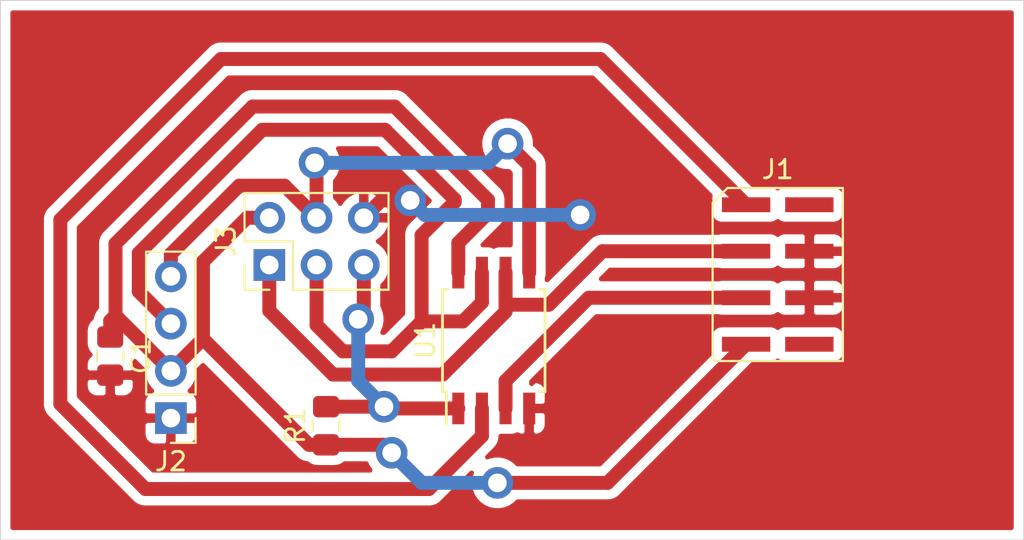
<source format=kicad_pcb>
(kicad_pcb (version 20171130) (host pcbnew 5.1.6-c6e7f7d~87~ubuntu18.04.1)

  (general
    (thickness 1.6)
    (drawings 4)
    (tracks 88)
    (zones 0)
    (modules 6)
    (nets 9)
  )

  (page A4)
  (layers
    (0 F.Cu signal)
    (31 B.Cu signal)
    (32 B.Adhes user hide)
    (33 F.Adhes user hide)
    (34 B.Paste user hide)
    (35 F.Paste user hide)
    (36 B.SilkS user hide)
    (37 F.SilkS user hide)
    (38 B.Mask user hide)
    (39 F.Mask user hide)
    (40 Dwgs.User user hide)
    (41 Cmts.User user hide)
    (42 Eco1.User user hide)
    (43 Eco2.User user hide)
    (44 Edge.Cuts user)
    (45 Margin user hide)
    (46 B.CrtYd user hide)
    (47 F.CrtYd user hide)
    (48 B.Fab user hide)
    (49 F.Fab user hide)
  )

  (setup
    (last_trace_width 0.25)
    (user_trace_width 0.75)
    (trace_clearance 0.5)
    (zone_clearance 0.508)
    (zone_45_only no)
    (trace_min 0.2)
    (via_size 0.8)
    (via_drill 0.4)
    (via_min_size 0.4)
    (via_min_drill 0.3)
    (user_via 1 0.7)
    (uvia_size 0.3)
    (uvia_drill 0.1)
    (uvias_allowed no)
    (uvia_min_size 0.2)
    (uvia_min_drill 0.1)
    (edge_width 0.05)
    (segment_width 0.2)
    (pcb_text_width 0.3)
    (pcb_text_size 1.5 1.5)
    (mod_edge_width 0.12)
    (mod_text_size 1 1)
    (mod_text_width 0.15)
    (pad_size 1.524 1.524)
    (pad_drill 0.762)
    (pad_to_mask_clearance 0.05)
    (aux_axis_origin 0 0)
    (visible_elements FFFFFF7F)
    (pcbplotparams
      (layerselection 0x01000_7fffffff)
      (usegerberextensions false)
      (usegerberattributes true)
      (usegerberadvancedattributes true)
      (creategerberjobfile true)
      (excludeedgelayer true)
      (linewidth 0.100000)
      (plotframeref false)
      (viasonmask false)
      (mode 1)
      (useauxorigin false)
      (hpglpennumber 1)
      (hpglpenspeed 20)
      (hpglpendiameter 15.000000)
      (psnegative false)
      (psa4output false)
      (plotreference true)
      (plotvalue true)
      (plotinvisibletext false)
      (padsonsilk false)
      (subtractmaskfromsilk false)
      (outputformat 1)
      (mirror false)
      (drillshape 0)
      (scaleselection 1)
      (outputdirectory "gerber/"))
  )

  (net 0 "")
  (net 1 VCC)
  (net 2 Earth)
  (net 3 /SI)
  (net 4 /CLK)
  (net 5 /AO)
  (net 6 /SCL)
  (net 7 /SDA)
  (net 8 "Net-(J3-Pad5)")

  (net_class Default "This is the default net class."
    (clearance 0.5)
    (trace_width 0.25)
    (via_dia 0.8)
    (via_drill 0.4)
    (uvia_dia 0.3)
    (uvia_drill 0.1)
    (add_net /AO)
    (add_net /CLK)
    (add_net /SCL)
    (add_net /SDA)
    (add_net /SI)
    (add_net Earth)
    (add_net "Net-(J3-Pad5)")
    (add_net VCC)
  )

  (module linefollower:TSL1401CL (layer F.Cu) (tedit 5F37C4A2) (tstamp 5F3821EE)
    (at 147.78 36.73 270)
    (path /5F37C4FC)
    (attr smd)
    (fp_text reference J1 (at -5.65 0) (layer F.SilkS)
      (effects (font (size 1 1) (thickness 0.15)))
    )
    (fp_text value Conn_02x04_Counter_Clockwise (at 0 0 90) (layer F.Fab)
      (effects (font (size 1 1) (thickness 0.15)))
    )
    (fp_line (start -4.4 3.25) (end -4.4 -3.25) (layer F.CrtYd) (width 0.05))
    (fp_line (start 4.4 3.25) (end -4.4 3.25) (layer F.CrtYd) (width 0.05))
    (fp_line (start 4.4 -3.25) (end 4.4 3.25) (layer F.CrtYd) (width 0.05))
    (fp_line (start -4.4 -3.25) (end 4.4 -3.25) (layer F.CrtYd) (width 0.05))
    (fp_line (start 4.65 3.5) (end -3.85 3.5) (layer F.SilkS) (width 0.12))
    (fp_line (start 4.65 -3.5) (end 4.65 3.5) (layer F.SilkS) (width 0.12))
    (fp_line (start -4.65 -3.5) (end 4.65 -3.5) (layer F.SilkS) (width 0.12))
    (fp_line (start -4.65 2.7) (end -4.65 -3.5) (layer F.SilkS) (width 0.12))
    (fp_line (start -3.85 3.5) (end -4.65 2.7) (layer F.SilkS) (width 0.12))
    (pad 8 smd rect (at -3.75 -1.7 270) (size 0.8 2.6) (layers F.Cu F.Paste F.Mask))
    (pad 1 smd rect (at -3.75 1.7 270) (size 0.8 2.6) (layers F.Cu F.Paste F.Mask)
      (net 3 /SI))
    (pad 7 smd rect (at -1.25 -1.7 270) (size 0.8 2.6) (layers F.Cu F.Paste F.Mask)
      (net 2 Earth))
    (pad 2 smd rect (at -1.25 1.7 270) (size 0.8 2.6) (layers F.Cu F.Paste F.Mask)
      (net 4 /CLK))
    (pad 6 smd rect (at 1.25 -1.7 270) (size 0.8 2.6) (layers F.Cu F.Paste F.Mask)
      (net 2 Earth))
    (pad 3 smd rect (at 1.25 1.7 270) (size 0.8 2.6) (layers F.Cu F.Paste F.Mask)
      (net 5 /AO))
    (pad 5 smd rect (at 3.75 -1.7 270) (size 0.8 2.6) (layers F.Cu F.Paste F.Mask))
    (pad 4 smd rect (at 3.75 1.7 270) (size 0.8 2.6) (layers F.Cu F.Paste F.Mask)
      (net 1 VCC))
  )

  (module Connector_PinHeader_2.54mm:PinHeader_1x04_P2.54mm_Vertical (layer F.Cu) (tedit 59FED5CC) (tstamp 5F3EC3F0)
    (at 115.16 44.45 180)
    (descr "Through hole straight pin header, 1x04, 2.54mm pitch, single row")
    (tags "Through hole pin header THT 1x04 2.54mm single row")
    (path /5F3EF785)
    (fp_text reference J2 (at 0 -2.33) (layer F.SilkS)
      (effects (font (size 1 1) (thickness 0.15)))
    )
    (fp_text value Conn_01x04_Male (at 0 9.95) (layer F.Fab)
      (effects (font (size 1 1) (thickness 0.15)))
    )
    (fp_line (start -0.635 -1.27) (end 1.27 -1.27) (layer F.Fab) (width 0.1))
    (fp_line (start 1.27 -1.27) (end 1.27 8.89) (layer F.Fab) (width 0.1))
    (fp_line (start 1.27 8.89) (end -1.27 8.89) (layer F.Fab) (width 0.1))
    (fp_line (start -1.27 8.89) (end -1.27 -0.635) (layer F.Fab) (width 0.1))
    (fp_line (start -1.27 -0.635) (end -0.635 -1.27) (layer F.Fab) (width 0.1))
    (fp_line (start -1.33 8.95) (end 1.33 8.95) (layer F.SilkS) (width 0.12))
    (fp_line (start -1.33 1.27) (end -1.33 8.95) (layer F.SilkS) (width 0.12))
    (fp_line (start 1.33 1.27) (end 1.33 8.95) (layer F.SilkS) (width 0.12))
    (fp_line (start -1.33 1.27) (end 1.33 1.27) (layer F.SilkS) (width 0.12))
    (fp_line (start -1.33 0) (end -1.33 -1.33) (layer F.SilkS) (width 0.12))
    (fp_line (start -1.33 -1.33) (end 0 -1.33) (layer F.SilkS) (width 0.12))
    (fp_line (start -1.8 -1.8) (end -1.8 9.4) (layer F.CrtYd) (width 0.05))
    (fp_line (start -1.8 9.4) (end 1.8 9.4) (layer F.CrtYd) (width 0.05))
    (fp_line (start 1.8 9.4) (end 1.8 -1.8) (layer F.CrtYd) (width 0.05))
    (fp_line (start 1.8 -1.8) (end -1.8 -1.8) (layer F.CrtYd) (width 0.05))
    (fp_text user %R (at 0 3.81 90) (layer F.Fab)
      (effects (font (size 1 1) (thickness 0.15)))
    )
    (pad 1 thru_hole rect (at 0 0 180) (size 1.7 1.7) (drill 1) (layers *.Cu *.Mask)
      (net 2 Earth))
    (pad 2 thru_hole oval (at 0 2.54 180) (size 1.7 1.7) (drill 1) (layers *.Cu *.Mask)
      (net 1 VCC))
    (pad 3 thru_hole oval (at 0 5.08 180) (size 1.7 1.7) (drill 1) (layers *.Cu *.Mask)
      (net 6 /SCL))
    (pad 4 thru_hole oval (at 0 7.62 180) (size 1.7 1.7) (drill 1) (layers *.Cu *.Mask)
      (net 7 /SDA))
    (model ${KISYS3DMOD}/Connector_PinHeader_2.54mm.3dshapes/PinHeader_1x04_P2.54mm_Vertical.wrl
      (at (xyz 0 0 0))
      (scale (xyz 1 1 1))
      (rotate (xyz 0 0 0))
    )
  )

  (module Package_SO:SOIJ-8_5.3x5.3mm_P1.27mm (layer F.Cu) (tedit 5A02F2D3) (tstamp 5F3EC40D)
    (at 132.515 40.28 90)
    (descr "8-Lead Plastic Small Outline (SM) - Medium, 5.28 mm Body [SOIC] (see Microchip Packaging Specification 00000049BS.pdf)")
    (tags "SOIC 1.27")
    (path /5F3EC092)
    (attr smd)
    (fp_text reference U1 (at 0 -3.68 90) (layer F.SilkS)
      (effects (font (size 1 1) (thickness 0.15)))
    )
    (fp_text value ATtiny85-20SU (at 0 3.68 90) (layer F.Fab)
      (effects (font (size 1 1) (thickness 0.15)))
    )
    (fp_line (start -1.65 -2.65) (end 2.65 -2.65) (layer F.Fab) (width 0.15))
    (fp_line (start 2.65 -2.65) (end 2.65 2.65) (layer F.Fab) (width 0.15))
    (fp_line (start 2.65 2.65) (end -2.65 2.65) (layer F.Fab) (width 0.15))
    (fp_line (start -2.65 2.65) (end -2.65 -1.65) (layer F.Fab) (width 0.15))
    (fp_line (start -2.65 -1.65) (end -1.65 -2.65) (layer F.Fab) (width 0.15))
    (fp_line (start -4.75 -2.95) (end -4.75 2.95) (layer F.CrtYd) (width 0.05))
    (fp_line (start 4.75 -2.95) (end 4.75 2.95) (layer F.CrtYd) (width 0.05))
    (fp_line (start -4.75 -2.95) (end 4.75 -2.95) (layer F.CrtYd) (width 0.05))
    (fp_line (start -4.75 2.95) (end 4.75 2.95) (layer F.CrtYd) (width 0.05))
    (fp_line (start -2.75 -2.755) (end -2.75 -2.55) (layer F.SilkS) (width 0.15))
    (fp_line (start 2.75 -2.755) (end 2.75 -2.455) (layer F.SilkS) (width 0.15))
    (fp_line (start 2.75 2.755) (end 2.75 2.455) (layer F.SilkS) (width 0.15))
    (fp_line (start -2.75 2.755) (end -2.75 2.455) (layer F.SilkS) (width 0.15))
    (fp_line (start -2.75 -2.755) (end 2.75 -2.755) (layer F.SilkS) (width 0.15))
    (fp_line (start -2.75 2.755) (end 2.75 2.755) (layer F.SilkS) (width 0.15))
    (fp_line (start -2.75 -2.55) (end -4.5 -2.55) (layer F.SilkS) (width 0.15))
    (fp_text user %R (at 0 0 90) (layer F.Fab)
      (effects (font (size 1 1) (thickness 0.15)))
    )
    (pad 1 smd rect (at -3.65 -1.905 90) (size 1.7 0.65) (layers F.Cu F.Paste F.Mask)
      (net 8 "Net-(J3-Pad5)"))
    (pad 2 smd rect (at -3.65 -0.635 90) (size 1.7 0.65) (layers F.Cu F.Paste F.Mask)
      (net 3 /SI))
    (pad 3 smd rect (at -3.65 0.635 90) (size 1.7 0.65) (layers F.Cu F.Paste F.Mask)
      (net 5 /AO))
    (pad 4 smd rect (at -3.65 1.905 90) (size 1.7 0.65) (layers F.Cu F.Paste F.Mask)
      (net 2 Earth))
    (pad 5 smd rect (at 3.65 1.905 90) (size 1.7 0.65) (layers F.Cu F.Paste F.Mask)
      (net 7 /SDA))
    (pad 6 smd rect (at 3.65 0.635 90) (size 1.7 0.65) (layers F.Cu F.Paste F.Mask)
      (net 4 /CLK))
    (pad 7 smd rect (at 3.65 -0.635 90) (size 1.7 0.65) (layers F.Cu F.Paste F.Mask)
      (net 6 /SCL))
    (pad 8 smd rect (at 3.65 -1.905 90) (size 1.7 0.65) (layers F.Cu F.Paste F.Mask)
      (net 1 VCC))
    (model ${KISYS3DMOD}/Package_SO.3dshapes/SOIJ-8_5.3x5.3mm_P1.27mm.wrl
      (at (xyz 0 0 0))
      (scale (xyz 1 1 1))
      (rotate (xyz 0 0 0))
    )
  )

  (module Connector_PinHeader_2.54mm:PinHeader_2x03_P2.54mm_Vertical (layer F.Cu) (tedit 59FED5CC) (tstamp 5F3EC74D)
    (at 120.45 36.22 90)
    (descr "Through hole straight pin header, 2x03, 2.54mm pitch, double rows")
    (tags "Through hole pin header THT 2x03 2.54mm double row")
    (path /5F400837)
    (fp_text reference J3 (at 1.27 -2.33 90) (layer F.SilkS)
      (effects (font (size 1 1) (thickness 0.15)))
    )
    (fp_text value Conn_02x03_Counter_Clockwise (at 1.27 7.41 90) (layer F.Fab)
      (effects (font (size 1 1) (thickness 0.15)))
    )
    (fp_line (start 4.35 -1.8) (end -1.8 -1.8) (layer F.CrtYd) (width 0.05))
    (fp_line (start 4.35 6.85) (end 4.35 -1.8) (layer F.CrtYd) (width 0.05))
    (fp_line (start -1.8 6.85) (end 4.35 6.85) (layer F.CrtYd) (width 0.05))
    (fp_line (start -1.8 -1.8) (end -1.8 6.85) (layer F.CrtYd) (width 0.05))
    (fp_line (start -1.33 -1.33) (end 0 -1.33) (layer F.SilkS) (width 0.12))
    (fp_line (start -1.33 0) (end -1.33 -1.33) (layer F.SilkS) (width 0.12))
    (fp_line (start 1.27 -1.33) (end 3.87 -1.33) (layer F.SilkS) (width 0.12))
    (fp_line (start 1.27 1.27) (end 1.27 -1.33) (layer F.SilkS) (width 0.12))
    (fp_line (start -1.33 1.27) (end 1.27 1.27) (layer F.SilkS) (width 0.12))
    (fp_line (start 3.87 -1.33) (end 3.87 6.41) (layer F.SilkS) (width 0.12))
    (fp_line (start -1.33 1.27) (end -1.33 6.41) (layer F.SilkS) (width 0.12))
    (fp_line (start -1.33 6.41) (end 3.87 6.41) (layer F.SilkS) (width 0.12))
    (fp_line (start -1.27 0) (end 0 -1.27) (layer F.Fab) (width 0.1))
    (fp_line (start -1.27 6.35) (end -1.27 0) (layer F.Fab) (width 0.1))
    (fp_line (start 3.81 6.35) (end -1.27 6.35) (layer F.Fab) (width 0.1))
    (fp_line (start 3.81 -1.27) (end 3.81 6.35) (layer F.Fab) (width 0.1))
    (fp_line (start 0 -1.27) (end 3.81 -1.27) (layer F.Fab) (width 0.1))
    (fp_text user %R (at 1.27 2.54) (layer F.Fab)
      (effects (font (size 1 1) (thickness 0.15)))
    )
    (pad 1 thru_hole rect (at 0 0 90) (size 1.7 1.7) (drill 1) (layers *.Cu *.Mask)
      (net 4 /CLK))
    (pad 2 thru_hole oval (at 2.54 0 90) (size 1.7 1.7) (drill 1) (layers *.Cu *.Mask)
      (net 1 VCC))
    (pad 3 thru_hole oval (at 0 2.54 90) (size 1.7 1.7) (drill 1) (layers *.Cu *.Mask)
      (net 6 /SCL))
    (pad 4 thru_hole oval (at 2.54 2.54 90) (size 1.7 1.7) (drill 1) (layers *.Cu *.Mask)
      (net 7 /SDA))
    (pad 5 thru_hole oval (at 0 5.08 90) (size 1.7 1.7) (drill 1) (layers *.Cu *.Mask)
      (net 8 "Net-(J3-Pad5)"))
    (pad 6 thru_hole oval (at 2.54 5.08 90) (size 1.7 1.7) (drill 1) (layers *.Cu *.Mask)
      (net 2 Earth))
    (model ${KISYS3DMOD}/Connector_PinHeader_2.54mm.3dshapes/PinHeader_2x03_P2.54mm_Vertical.wrl
      (at (xyz 0 0 0))
      (scale (xyz 1 1 1))
      (rotate (xyz 0 0 0))
    )
  )

  (module Capacitor_SMD:C_0805_2012Metric_Pad1.15x1.40mm_HandSolder (layer F.Cu) (tedit 5B36C52B) (tstamp 5F43D436)
    (at 111.9 41.115 270)
    (descr "Capacitor SMD 0805 (2012 Metric), square (rectangular) end terminal, IPC_7351 nominal with elongated pad for handsoldering. (Body size source: https://docs.google.com/spreadsheets/d/1BsfQQcO9C6DZCsRaXUlFlo91Tg2WpOkGARC1WS5S8t0/edit?usp=sharing), generated with kicad-footprint-generator")
    (tags "capacitor handsolder")
    (path /5F3F0F25)
    (attr smd)
    (fp_text reference C1 (at 0 -1.65 90) (layer F.SilkS)
      (effects (font (size 1 1) (thickness 0.15)))
    )
    (fp_text value C (at 0 1.65 90) (layer F.Fab)
      (effects (font (size 1 1) (thickness 0.15)))
    )
    (fp_line (start -1 0.6) (end -1 -0.6) (layer F.Fab) (width 0.1))
    (fp_line (start -1 -0.6) (end 1 -0.6) (layer F.Fab) (width 0.1))
    (fp_line (start 1 -0.6) (end 1 0.6) (layer F.Fab) (width 0.1))
    (fp_line (start 1 0.6) (end -1 0.6) (layer F.Fab) (width 0.1))
    (fp_line (start -0.261252 -0.71) (end 0.261252 -0.71) (layer F.SilkS) (width 0.12))
    (fp_line (start -0.261252 0.71) (end 0.261252 0.71) (layer F.SilkS) (width 0.12))
    (fp_line (start -1.85 0.95) (end -1.85 -0.95) (layer F.CrtYd) (width 0.05))
    (fp_line (start -1.85 -0.95) (end 1.85 -0.95) (layer F.CrtYd) (width 0.05))
    (fp_line (start 1.85 -0.95) (end 1.85 0.95) (layer F.CrtYd) (width 0.05))
    (fp_line (start 1.85 0.95) (end -1.85 0.95) (layer F.CrtYd) (width 0.05))
    (fp_text user %R (at 0 0 90) (layer F.Fab)
      (effects (font (size 0.5 0.5) (thickness 0.08)))
    )
    (pad 1 smd roundrect (at -1.025 0 270) (size 1.15 1.4) (layers F.Cu F.Paste F.Mask) (roundrect_rratio 0.217391)
      (net 1 VCC))
    (pad 2 smd roundrect (at 1.025 0 270) (size 1.15 1.4) (layers F.Cu F.Paste F.Mask) (roundrect_rratio 0.217391)
      (net 2 Earth))
    (model ${KISYS3DMOD}/Capacitor_SMD.3dshapes/C_0805_2012Metric.wrl
      (at (xyz 0 0 0))
      (scale (xyz 1 1 1))
      (rotate (xyz 0 0 0))
    )
  )

  (module Resistor_SMD:R_0805_2012Metric_Pad1.15x1.40mm_HandSolder (layer F.Cu) (tedit 5B36C52B) (tstamp 5F43D456)
    (at 123.5 44.86 90)
    (descr "Resistor SMD 0805 (2012 Metric), square (rectangular) end terminal, IPC_7351 nominal with elongated pad for handsoldering. (Body size source: https://docs.google.com/spreadsheets/d/1BsfQQcO9C6DZCsRaXUlFlo91Tg2WpOkGARC1WS5S8t0/edit?usp=sharing), generated with kicad-footprint-generator")
    (tags "resistor handsolder")
    (path /5F43F354)
    (attr smd)
    (fp_text reference R1 (at 0 -1.65 90) (layer F.SilkS)
      (effects (font (size 1 1) (thickness 0.15)))
    )
    (fp_text value R (at 0 1.65 90) (layer F.Fab)
      (effects (font (size 1 1) (thickness 0.15)))
    )
    (fp_line (start -1 0.6) (end -1 -0.6) (layer F.Fab) (width 0.1))
    (fp_line (start -1 -0.6) (end 1 -0.6) (layer F.Fab) (width 0.1))
    (fp_line (start 1 -0.6) (end 1 0.6) (layer F.Fab) (width 0.1))
    (fp_line (start 1 0.6) (end -1 0.6) (layer F.Fab) (width 0.1))
    (fp_line (start -0.261252 -0.71) (end 0.261252 -0.71) (layer F.SilkS) (width 0.12))
    (fp_line (start -0.261252 0.71) (end 0.261252 0.71) (layer F.SilkS) (width 0.12))
    (fp_line (start -1.85 0.95) (end -1.85 -0.95) (layer F.CrtYd) (width 0.05))
    (fp_line (start -1.85 -0.95) (end 1.85 -0.95) (layer F.CrtYd) (width 0.05))
    (fp_line (start 1.85 -0.95) (end 1.85 0.95) (layer F.CrtYd) (width 0.05))
    (fp_line (start 1.85 0.95) (end -1.85 0.95) (layer F.CrtYd) (width 0.05))
    (fp_text user %R (at 0 0 90) (layer F.Fab)
      (effects (font (size 0.5 0.5) (thickness 0.08)))
    )
    (pad 1 smd roundrect (at -1.025 0 90) (size 1.15 1.4) (layers F.Cu F.Paste F.Mask) (roundrect_rratio 0.217391)
      (net 1 VCC))
    (pad 2 smd roundrect (at 1.025 0 90) (size 1.15 1.4) (layers F.Cu F.Paste F.Mask) (roundrect_rratio 0.217391)
      (net 8 "Net-(J3-Pad5)"))
    (model ${KISYS3DMOD}/Resistor_SMD.3dshapes/R_0805_2012Metric.wrl
      (at (xyz 0 0 0))
      (scale (xyz 1 1 1))
      (rotate (xyz 0 0 0))
    )
  )

  (gr_line (start 106 22) (end 106 51) (layer Edge.Cuts) (width 0.05) (tstamp 5F43DB57))
  (gr_line (start 161 22) (end 106 22) (layer Edge.Cuts) (width 0.05))
  (gr_line (start 161 51) (end 161 22) (layer Edge.Cuts) (width 0.05))
  (gr_line (start 106 51) (end 161 51) (layer Edge.Cuts) (width 0.05))

  (segment (start 116.885001 40.184999) (end 115.16 41.91) (width 0.75) (layer F.Cu) (net 1) (status 20))
  (segment (start 116.885001 36.042918) (end 116.885001 40.184999) (width 0.75) (layer F.Cu) (net 1))
  (segment (start 119.247919 33.68) (end 116.885001 36.042918) (width 0.75) (layer F.Cu) (net 1))
  (segment (start 120.45 33.68) (end 119.247919 33.68) (width 0.75) (layer F.Cu) (net 1) (status 10))
  (segment (start 132.205013 32.718015) (end 127.187986 27.700988) (width 0.75) (layer F.Cu) (net 1))
  (segment (start 127.187986 27.700988) (end 119.551368 27.700988) (width 0.75) (layer F.Cu) (net 1))
  (segment (start 112.184988 35.067368) (end 112.184989 38.934989) (width 0.75) (layer F.Cu) (net 1))
  (segment (start 112.184989 38.934989) (end 115.16 41.91) (width 0.75) (layer F.Cu) (net 1))
  (segment (start 132.205013 33.434987) (end 132.205013 32.718015) (width 0.75) (layer F.Cu) (net 1))
  (segment (start 130.61 35.03) (end 132.205013 33.434987) (width 0.75) (layer F.Cu) (net 1))
  (segment (start 130.61 36.63) (end 130.61 35.03) (width 0.75) (layer F.Cu) (net 1))
  (segment (start 119.551368 27.700988) (end 112.184988 35.067368) (width 0.75) (layer F.Cu) (net 1))
  (segment (start 122.585002 45.885) (end 123.5 45.885) (width 0.75) (layer F.Cu) (net 1))
  (segment (start 116.885001 40.184999) (end 122.585002 45.885) (width 0.75) (layer F.Cu) (net 1))
  (via (at 127.028659 46.311359) (size 1.7) (drill 1) (layers F.Cu B.Cu) (net 1))
  (segment (start 123.5 45.885) (end 126.6023 45.885) (width 0.75) (layer F.Cu) (net 1))
  (segment (start 126.6023 45.885) (end 127.028659 46.311359) (width 0.75) (layer F.Cu) (net 1))
  (segment (start 128.6473 47.93) (end 127.028659 46.311359) (width 0.75) (layer B.Cu) (net 1))
  (via (at 132.71 47.93) (size 1.7) (drill 1) (layers F.Cu B.Cu) (net 1))
  (segment (start 132.71 47.93) (end 128.6473 47.93) (width 0.75) (layer B.Cu) (net 1))
  (segment (start 138.63 47.93) (end 146.08 40.48) (width 0.75) (layer F.Cu) (net 1))
  (segment (start 132.71 47.93) (end 138.63 47.93) (width 0.75) (layer F.Cu) (net 1))
  (segment (start 111.9 39.219978) (end 112.184989 38.934989) (width 0.75) (layer F.Cu) (net 1))
  (segment (start 111.9 40.09) (end 111.9 39.219978) (width 0.75) (layer F.Cu) (net 1))
  (via (at 137.16 33.528) (size 1.7) (drill 1) (layers F.Cu B.Cu) (net 2))
  (via (at 128.025174 32.745492) (size 1.7) (drill 1) (layers F.Cu B.Cu) (net 2))
  (segment (start 125.53 33.68) (end 126.464508 32.745492) (width 0.75) (layer F.Cu) (net 2))
  (segment (start 128.807682 33.528) (end 128.025174 32.745492) (width 0.75) (layer B.Cu) (net 2))
  (segment (start 126.464508 32.745492) (end 128.025174 32.745492) (width 0.75) (layer F.Cu) (net 2))
  (segment (start 137.16 33.528) (end 128.807682 33.528) (width 0.75) (layer B.Cu) (net 2))
  (segment (start 129.030002 48.26) (end 131.88 45.410002) (width 0.75) (layer F.Cu) (net 3))
  (segment (start 131.88 45.410002) (end 131.88 43.93) (width 0.75) (layer F.Cu) (net 3) (status 20))
  (segment (start 109.22 43.688) (end 113.792 48.26) (width 0.75) (layer F.Cu) (net 3))
  (segment (start 109.22 33.782) (end 109.22 43.688) (width 0.75) (layer F.Cu) (net 3))
  (segment (start 117.856 25.146) (end 109.22 33.782) (width 0.75) (layer F.Cu) (net 3))
  (segment (start 113.792 48.26) (end 129.030002 48.26) (width 0.75) (layer F.Cu) (net 3))
  (segment (start 138.246 25.146) (end 129.774 25.146) (width 0.75) (layer F.Cu) (net 3))
  (segment (start 146.08 32.98) (end 138.246 25.146) (width 0.75) (layer F.Cu) (net 3))
  (segment (start 129.774 25.146) (end 117.856 25.146) (width 0.75) (layer F.Cu) (net 3))
  (segment (start 120.45 36.22) (end 120.45 38.680786) (width 0.75) (layer F.Cu) (net 4))
  (segment (start 123.879212 42.109998) (end 129.767783 42.109998) (width 0.75) (layer F.Cu) (net 4))
  (segment (start 120.45 38.680786) (end 123.879212 42.109998) (width 0.75) (layer F.Cu) (net 4))
  (segment (start 129.767783 42.109998) (end 133.15 38.727781) (width 0.75) (layer F.Cu) (net 4))
  (segment (start 133.15 38.727781) (end 133.15 36.63) (width 0.75) (layer F.Cu) (net 4))
  (segment (start 138.352218 35.48) (end 146.08 35.48) (width 0.75) (layer F.Cu) (net 4))
  (segment (start 135.477217 38.355001) (end 138.352218 35.48) (width 0.75) (layer F.Cu) (net 4))
  (segment (start 133.394999 38.355001) (end 135.477217 38.355001) (width 0.75) (layer F.Cu) (net 4))
  (segment (start 133.15 38.110002) (end 133.394999 38.355001) (width 0.75) (layer F.Cu) (net 4))
  (segment (start 133.15 36.63) (end 133.15 38.110002) (width 0.75) (layer F.Cu) (net 4))
  (segment (start 137.619998 37.98) (end 146.08 37.98) (width 0.75) (layer F.Cu) (net 5))
  (segment (start 133.15 42.449998) (end 137.619998 37.98) (width 0.75) (layer F.Cu) (net 5))
  (segment (start 133.15 43.93) (end 133.15 42.449998) (width 0.75) (layer F.Cu) (net 5))
  (segment (start 131.88 38.23) (end 131.88 36.63) (width 0.75) (layer F.Cu) (net 6) (status 20))
  (segment (start 128.6383 39.25062) (end 130.85938 39.25062) (width 0.75) (layer F.Cu) (net 6))
  (segment (start 130.85938 39.25062) (end 131.88 38.23) (width 0.75) (layer F.Cu) (net 6))
  (segment (start 113.434999 37.644999) (end 113.434999 35.585139) (width 0.75) (layer F.Cu) (net 6))
  (segment (start 130.414228 32.695012) (end 130.414228 32.835012) (width 0.75) (layer F.Cu) (net 6))
  (segment (start 128.6383 34.61094) (end 128.6383 39.25062) (width 0.75) (layer F.Cu) (net 6))
  (segment (start 115.16 39.37) (end 113.434999 37.644999) (width 0.75) (layer F.Cu) (net 6))
  (segment (start 130.414228 32.835012) (end 128.6383 34.61094) (width 0.75) (layer F.Cu) (net 6))
  (segment (start 126.670215 28.950999) (end 130.414228 32.695012) (width 0.75) (layer F.Cu) (net 6))
  (segment (start 120.069139 28.950999) (end 126.670215 28.950999) (width 0.75) (layer F.Cu) (net 6))
  (segment (start 113.434999 35.585139) (end 120.069139 28.950999) (width 0.75) (layer F.Cu) (net 6))
  (segment (start 127.028933 40.859987) (end 128.6383 39.25062) (width 0.75) (layer F.Cu) (net 6))
  (segment (start 122.99 39.453004) (end 124.396983 40.859987) (width 0.75) (layer F.Cu) (net 6))
  (segment (start 124.396983 40.859987) (end 127.028933 40.859987) (width 0.75) (layer F.Cu) (net 6))
  (segment (start 122.99 36.22) (end 122.99 39.453004) (width 0.75) (layer F.Cu) (net 6))
  (segment (start 121.264999 31.954999) (end 122.99 33.68) (width 0.75) (layer F.Cu) (net 7) (status 20))
  (segment (start 118.83292 31.954999) (end 121.264999 31.954999) (width 0.75) (layer F.Cu) (net 7))
  (segment (start 115.16 35.627919) (end 118.83292 31.954999) (width 0.75) (layer F.Cu) (net 7))
  (segment (start 115.16 36.83) (end 115.16 35.627919) (width 0.75) (layer F.Cu) (net 7) (status 10))
  (segment (start 122.99 30.832531) (end 122.884739 30.72727) (width 0.75) (layer F.Cu) (net 7))
  (segment (start 122.99 33.68) (end 122.99 30.832531) (width 0.75) (layer F.Cu) (net 7))
  (via (at 122.884739 30.72727) (size 1.7) (drill 1) (layers F.Cu B.Cu) (net 7))
  (segment (start 122.884739 30.72727) (end 132.231687 30.72727) (width 0.75) (layer B.Cu) (net 7))
  (segment (start 134.42 36.63) (end 134.42 30.859679) (width 0.75) (layer F.Cu) (net 7))
  (via (at 133.259639 29.699318) (size 1.7) (drill 1) (layers F.Cu B.Cu) (net 7))
  (segment (start 132.231687 30.72727) (end 133.259639 29.699318) (width 0.75) (layer B.Cu) (net 7))
  (segment (start 134.42 30.859679) (end 133.259639 29.699318) (width 0.75) (layer F.Cu) (net 7))
  (via (at 125.230031 39.134977) (size 1.7) (drill 1) (layers F.Cu B.Cu) (net 8))
  (segment (start 125.53 36.22) (end 125.53 38.835008) (width 0.75) (layer F.Cu) (net 8))
  (segment (start 130.61 43.93) (end 126.71 43.93) (width 0.75) (layer F.Cu) (net 8))
  (segment (start 125.230031 42.450031) (end 126.615 43.835) (width 0.75) (layer B.Cu) (net 8))
  (segment (start 123.5 43.835) (end 126.615 43.835) (width 0.75) (layer F.Cu) (net 8))
  (segment (start 126.71 43.93) (end 126.615 43.835) (width 0.75) (layer F.Cu) (net 8))
  (segment (start 125.53 38.835008) (end 125.230031 39.134977) (width 0.75) (layer F.Cu) (net 8))
  (via (at 126.615 43.835) (size 1.7) (drill 1) (layers F.Cu B.Cu) (net 8))
  (segment (start 125.230031 39.134977) (end 125.230031 42.450031) (width 0.75) (layer B.Cu) (net 8))

  (zone (net 2) (net_name Earth) (layer F.Cu) (tstamp 5F43DA9F) (hatch edge 0.508)
    (connect_pads (clearance 0.508))
    (min_thickness 0.254)
    (fill yes (arc_segments 32) (thermal_gap 0.508) (thermal_bridge_width 0.508))
    (polygon
      (pts
        (xy 161 51) (xy 106 51) (xy 106 22) (xy 161 22)
      )
    )
    (filled_polygon
      (pts
        (xy 160.34 50.34) (xy 106.66 50.34) (xy 106.66 33.782) (xy 108.205114 33.782) (xy 108.21 33.831608)
        (xy 108.210001 43.638382) (xy 108.205114 43.688) (xy 108.224615 43.885994) (xy 108.282368 44.076379) (xy 108.360941 44.223379)
        (xy 108.376154 44.25184) (xy 108.502368 44.405633) (xy 108.540901 44.437256) (xy 113.042739 48.939094) (xy 113.074367 48.977633)
        (xy 113.22816 49.103847) (xy 113.40362 49.197632) (xy 113.594006 49.255385) (xy 113.742392 49.27) (xy 113.742394 49.27)
        (xy 113.791999 49.274886) (xy 113.841604 49.27) (xy 128.980394 49.27) (xy 129.030002 49.274886) (xy 129.227996 49.255385)
        (xy 129.258967 49.24599) (xy 129.418382 49.197632) (xy 129.593842 49.103847) (xy 129.747635 48.977633) (xy 129.779263 48.939094)
        (xy 131.324885 47.393473) (xy 131.282068 47.496842) (xy 131.225 47.78374) (xy 131.225 48.07626) (xy 131.282068 48.363158)
        (xy 131.39401 48.633411) (xy 131.556525 48.876632) (xy 131.763368 49.083475) (xy 132.006589 49.24599) (xy 132.276842 49.357932)
        (xy 132.56374 49.415) (xy 132.85626 49.415) (xy 133.143158 49.357932) (xy 133.413411 49.24599) (xy 133.656632 49.083475)
        (xy 133.800107 48.94) (xy 138.580392 48.94) (xy 138.63 48.944886) (xy 138.827994 48.925385) (xy 139.01838 48.867632)
        (xy 139.19384 48.773847) (xy 139.347633 48.647633) (xy 139.379261 48.609094) (xy 146.470283 41.518072) (xy 147.38 41.518072)
        (xy 147.504482 41.505812) (xy 147.62418 41.469502) (xy 147.734494 41.410537) (xy 147.78 41.373191) (xy 147.825506 41.410537)
        (xy 147.93582 41.469502) (xy 148.055518 41.505812) (xy 148.18 41.518072) (xy 150.78 41.518072) (xy 150.904482 41.505812)
        (xy 151.02418 41.469502) (xy 151.134494 41.410537) (xy 151.231185 41.331185) (xy 151.310537 41.234494) (xy 151.369502 41.12418)
        (xy 151.405812 41.004482) (xy 151.418072 40.88) (xy 151.418072 40.08) (xy 151.405812 39.955518) (xy 151.369502 39.83582)
        (xy 151.310537 39.725506) (xy 151.231185 39.628815) (xy 151.134494 39.549463) (xy 151.02418 39.490498) (xy 150.904482 39.454188)
        (xy 150.78 39.441928) (xy 148.18 39.441928) (xy 148.055518 39.454188) (xy 147.93582 39.490498) (xy 147.825506 39.549463)
        (xy 147.78 39.586809) (xy 147.734494 39.549463) (xy 147.62418 39.490498) (xy 147.504482 39.454188) (xy 147.38 39.441928)
        (xy 144.78 39.441928) (xy 144.655518 39.454188) (xy 144.53582 39.490498) (xy 144.425506 39.549463) (xy 144.328815 39.628815)
        (xy 144.249463 39.725506) (xy 144.190498 39.83582) (xy 144.154188 39.955518) (xy 144.141928 40.08) (xy 144.141928 40.88)
        (xy 144.151765 40.97988) (xy 138.211645 46.92) (xy 133.800107 46.92) (xy 133.656632 46.776525) (xy 133.413411 46.61401)
        (xy 133.143158 46.502068) (xy 132.85626 46.445) (xy 132.56374 46.445) (xy 132.276842 46.502068) (xy 132.173473 46.544885)
        (xy 132.5591 46.159258) (xy 132.597633 46.127635) (xy 132.723847 45.973842) (xy 132.817632 45.798382) (xy 132.875385 45.607996)
        (xy 132.89 45.45961) (xy 132.89 45.459609) (xy 132.894091 45.418072) (xy 133.475 45.418072) (xy 133.599482 45.405812)
        (xy 133.71918 45.369502) (xy 133.785 45.33432) (xy 133.85082 45.369502) (xy 133.970518 45.405812) (xy 134.095 45.418072)
        (xy 134.13425 45.415) (xy 134.293 45.25625) (xy 134.293 44.057) (xy 134.547 44.057) (xy 134.547 45.25625)
        (xy 134.70575 45.415) (xy 134.745 45.418072) (xy 134.869482 45.405812) (xy 134.98918 45.369502) (xy 135.099494 45.310537)
        (xy 135.196185 45.231185) (xy 135.275537 45.134494) (xy 135.334502 45.02418) (xy 135.370812 44.904482) (xy 135.383072 44.78)
        (xy 135.38 44.21575) (xy 135.22125 44.057) (xy 134.547 44.057) (xy 134.293 44.057) (xy 134.273 44.057)
        (xy 134.273 43.803) (xy 134.293 43.803) (xy 134.293 43.783) (xy 134.547 43.783) (xy 134.547 43.803)
        (xy 135.22125 43.803) (xy 135.38 43.64425) (xy 135.383072 43.08) (xy 135.370812 42.955518) (xy 135.334502 42.83582)
        (xy 135.275537 42.725506) (xy 135.196185 42.628815) (xy 135.099494 42.549463) (xy 134.98918 42.490498) (xy 134.869482 42.454188)
        (xy 134.745 42.441928) (xy 134.70575 42.445) (xy 134.547002 42.603748) (xy 134.547002 42.481351) (xy 138.038354 38.99)
        (xy 144.603393 38.99) (xy 144.655518 39.005812) (xy 144.78 39.018072) (xy 147.38 39.018072) (xy 147.504482 39.005812)
        (xy 147.62418 38.969502) (xy 147.734494 38.910537) (xy 147.78 38.873191) (xy 147.825506 38.910537) (xy 147.93582 38.969502)
        (xy 148.055518 39.005812) (xy 148.18 39.018072) (xy 149.19425 39.015) (xy 149.353 38.85625) (xy 149.353 38.107)
        (xy 149.607 38.107) (xy 149.607 38.85625) (xy 149.76575 39.015) (xy 150.78 39.018072) (xy 150.904482 39.005812)
        (xy 151.02418 38.969502) (xy 151.134494 38.910537) (xy 151.231185 38.831185) (xy 151.310537 38.734494) (xy 151.369502 38.62418)
        (xy 151.405812 38.504482) (xy 151.418072 38.38) (xy 151.415 38.26575) (xy 151.25625 38.107) (xy 149.607 38.107)
        (xy 149.353 38.107) (xy 149.333 38.107) (xy 149.333 37.853) (xy 149.353 37.853) (xy 149.353 37.10375)
        (xy 149.607 37.10375) (xy 149.607 37.853) (xy 151.25625 37.853) (xy 151.415 37.69425) (xy 151.418072 37.58)
        (xy 151.405812 37.455518) (xy 151.369502 37.33582) (xy 151.310537 37.225506) (xy 151.231185 37.128815) (xy 151.134494 37.049463)
        (xy 151.02418 36.990498) (xy 150.904482 36.954188) (xy 150.78 36.941928) (xy 149.76575 36.945) (xy 149.607 37.10375)
        (xy 149.353 37.10375) (xy 149.19425 36.945) (xy 148.18 36.941928) (xy 148.055518 36.954188) (xy 147.93582 36.990498)
        (xy 147.825506 37.049463) (xy 147.78 37.086809) (xy 147.734494 37.049463) (xy 147.62418 36.990498) (xy 147.504482 36.954188)
        (xy 147.38 36.941928) (xy 144.78 36.941928) (xy 144.655518 36.954188) (xy 144.603393 36.97) (xy 138.290573 36.97)
        (xy 138.770573 36.49) (xy 144.603393 36.49) (xy 144.655518 36.505812) (xy 144.78 36.518072) (xy 147.38 36.518072)
        (xy 147.504482 36.505812) (xy 147.62418 36.469502) (xy 147.734494 36.410537) (xy 147.78 36.373191) (xy 147.825506 36.410537)
        (xy 147.93582 36.469502) (xy 148.055518 36.505812) (xy 148.18 36.518072) (xy 149.19425 36.515) (xy 149.353 36.35625)
        (xy 149.353 35.607) (xy 149.607 35.607) (xy 149.607 36.35625) (xy 149.76575 36.515) (xy 150.78 36.518072)
        (xy 150.904482 36.505812) (xy 151.02418 36.469502) (xy 151.134494 36.410537) (xy 151.231185 36.331185) (xy 151.310537 36.234494)
        (xy 151.369502 36.12418) (xy 151.405812 36.004482) (xy 151.418072 35.88) (xy 151.415 35.76575) (xy 151.25625 35.607)
        (xy 149.607 35.607) (xy 149.353 35.607) (xy 149.333 35.607) (xy 149.333 35.353) (xy 149.353 35.353)
        (xy 149.353 34.60375) (xy 149.607 34.60375) (xy 149.607 35.353) (xy 151.25625 35.353) (xy 151.415 35.19425)
        (xy 151.418072 35.08) (xy 151.405812 34.955518) (xy 151.369502 34.83582) (xy 151.310537 34.725506) (xy 151.231185 34.628815)
        (xy 151.134494 34.549463) (xy 151.02418 34.490498) (xy 150.904482 34.454188) (xy 150.78 34.441928) (xy 149.76575 34.445)
        (xy 149.607 34.60375) (xy 149.353 34.60375) (xy 149.19425 34.445) (xy 148.18 34.441928) (xy 148.055518 34.454188)
        (xy 147.93582 34.490498) (xy 147.825506 34.549463) (xy 147.78 34.586809) (xy 147.734494 34.549463) (xy 147.62418 34.490498)
        (xy 147.504482 34.454188) (xy 147.38 34.441928) (xy 144.78 34.441928) (xy 144.655518 34.454188) (xy 144.603393 34.47)
        (xy 138.401822 34.47) (xy 138.352217 34.465114) (xy 138.302612 34.47) (xy 138.30261 34.47) (xy 138.154224 34.484615)
        (xy 137.963838 34.542368) (xy 137.788378 34.636153) (xy 137.634585 34.762367) (xy 137.602957 34.800906) (xy 135.383072 37.020791)
        (xy 135.383072 36.934516) (xy 135.415385 36.827994) (xy 135.43 36.679608) (xy 135.43 30.909283) (xy 135.434886 30.859678)
        (xy 135.427326 30.782923) (xy 135.415385 30.661685) (xy 135.357632 30.471299) (xy 135.263847 30.295839) (xy 135.137633 30.142046)
        (xy 135.099094 30.110418) (xy 134.744639 29.755963) (xy 134.744639 29.553058) (xy 134.687571 29.26616) (xy 134.575629 28.995907)
        (xy 134.413114 28.752686) (xy 134.206271 28.545843) (xy 133.96305 28.383328) (xy 133.692797 28.271386) (xy 133.405899 28.214318)
        (xy 133.113379 28.214318) (xy 132.826481 28.271386) (xy 132.556228 28.383328) (xy 132.313007 28.545843) (xy 132.106164 28.752686)
        (xy 131.943649 28.995907) (xy 131.831707 29.26616) (xy 131.774639 29.553058) (xy 131.774639 29.845578) (xy 131.831707 30.132476)
        (xy 131.943649 30.402729) (xy 132.106164 30.64595) (xy 132.313007 30.852793) (xy 132.556228 31.015308) (xy 132.826481 31.12725)
        (xy 133.113379 31.184318) (xy 133.316284 31.184318) (xy 133.410001 31.278035) (xy 133.41 35.141928) (xy 132.825 35.141928)
        (xy 132.700518 35.154188) (xy 132.58082 35.190498) (xy 132.515 35.22568) (xy 132.44918 35.190498) (xy 132.329482 35.154188)
        (xy 132.205 35.141928) (xy 131.926427 35.141928) (xy 132.884107 34.184248) (xy 132.922646 34.15262) (xy 133.04886 33.998827)
        (xy 133.142645 33.823367) (xy 133.176003 33.7134) (xy 133.200398 33.632982) (xy 133.219899 33.434988) (xy 133.215013 33.38538)
        (xy 133.215013 32.767623) (xy 133.219899 32.718015) (xy 133.200398 32.52002) (xy 133.142645 32.329635) (xy 133.070681 32.195)
        (xy 133.04886 32.154175) (xy 132.922646 32.000382) (xy 132.884113 31.968759) (xy 127.937247 27.021894) (xy 127.905619 26.983355)
        (xy 127.751826 26.857141) (xy 127.576366 26.763356) (xy 127.38598 26.705603) (xy 127.237594 26.690988) (xy 127.187986 26.686102)
        (xy 127.138378 26.690988) (xy 119.600976 26.690988) (xy 119.551368 26.686102) (xy 119.353373 26.705603) (xy 119.162988 26.763356)
        (xy 118.987528 26.857141) (xy 118.833735 26.983355) (xy 118.802112 27.021888) (xy 111.505888 34.318113) (xy 111.467355 34.349736)
        (xy 111.341141 34.503529) (xy 111.249282 34.675385) (xy 111.247356 34.678989) (xy 111.189603 34.869374) (xy 111.170102 35.067368)
        (xy 111.174988 35.116976) (xy 111.17499 38.511335) (xy 111.150745 38.540878) (xy 111.150744 38.540879) (xy 111.056154 38.656138)
        (xy 110.962368 38.831599) (xy 110.904615 39.021984) (xy 110.899548 39.073427) (xy 110.822038 39.137038) (xy 110.711595 39.271613)
        (xy 110.629528 39.425149) (xy 110.578992 39.591745) (xy 110.561928 39.764999) (xy 110.561928 40.415001) (xy 110.578992 40.588255)
        (xy 110.629528 40.754851) (xy 110.711595 40.908387) (xy 110.822038 41.042962) (xy 110.828594 41.048342) (xy 110.748815 41.113815)
        (xy 110.669463 41.210506) (xy 110.610498 41.32082) (xy 110.574188 41.440518) (xy 110.561928 41.565) (xy 110.565 41.85425)
        (xy 110.72375 42.013) (xy 111.773 42.013) (xy 111.773 41.993) (xy 112.027 41.993) (xy 112.027 42.013)
        (xy 113.07625 42.013) (xy 113.235 41.85425) (xy 113.238072 41.565) (xy 113.225812 41.440518) (xy 113.209984 41.388339)
        (xy 113.675 41.853356) (xy 113.675 42.05626) (xy 113.732068 42.343158) (xy 113.84401 42.613411) (xy 114.006525 42.856632)
        (xy 114.13838 42.988487) (xy 114.06582 43.010498) (xy 113.955506 43.069463) (xy 113.858815 43.148815) (xy 113.779463 43.245506)
        (xy 113.720498 43.35582) (xy 113.684188 43.475518) (xy 113.671928 43.6) (xy 113.675 44.16425) (xy 113.83375 44.323)
        (xy 115.033 44.323) (xy 115.033 44.303) (xy 115.287 44.303) (xy 115.287 44.323) (xy 116.48625 44.323)
        (xy 116.645 44.16425) (xy 116.648072 43.6) (xy 116.635812 43.475518) (xy 116.599502 43.35582) (xy 116.540537 43.245506)
        (xy 116.461185 43.148815) (xy 116.364494 43.069463) (xy 116.25418 43.010498) (xy 116.18162 42.988487) (xy 116.313475 42.856632)
        (xy 116.47599 42.613411) (xy 116.587932 42.343158) (xy 116.645 42.05626) (xy 116.645 41.853355) (xy 116.885001 41.613354)
        (xy 121.835745 46.564099) (xy 121.867369 46.602633) (xy 122.021162 46.728847) (xy 122.050479 46.744517) (xy 122.196622 46.822632)
        (xy 122.387007 46.880385) (xy 122.485558 46.890092) (xy 122.556613 46.948405) (xy 122.710149 47.030472) (xy 122.876745 47.081008)
        (xy 123.049999 47.098072) (xy 123.950001 47.098072) (xy 124.123255 47.081008) (xy 124.289851 47.030472) (xy 124.443387 46.948405)
        (xy 124.508461 46.895) (xy 125.663059 46.895) (xy 125.712669 47.01477) (xy 125.869845 47.25) (xy 114.210355 47.25)
        (xy 112.260355 45.3) (xy 113.671928 45.3) (xy 113.684188 45.424482) (xy 113.720498 45.54418) (xy 113.779463 45.654494)
        (xy 113.858815 45.751185) (xy 113.955506 45.830537) (xy 114.06582 45.889502) (xy 114.185518 45.925812) (xy 114.31 45.938072)
        (xy 114.87425 45.935) (xy 115.033 45.77625) (xy 115.033 44.577) (xy 115.287 44.577) (xy 115.287 45.77625)
        (xy 115.44575 45.935) (xy 116.01 45.938072) (xy 116.134482 45.925812) (xy 116.25418 45.889502) (xy 116.364494 45.830537)
        (xy 116.461185 45.751185) (xy 116.540537 45.654494) (xy 116.599502 45.54418) (xy 116.635812 45.424482) (xy 116.648072 45.3)
        (xy 116.645 44.73575) (xy 116.48625 44.577) (xy 115.287 44.577) (xy 115.033 44.577) (xy 113.83375 44.577)
        (xy 113.675 44.73575) (xy 113.671928 45.3) (xy 112.260355 45.3) (xy 110.23 43.269645) (xy 110.23 42.715)
        (xy 110.561928 42.715) (xy 110.574188 42.839482) (xy 110.610498 42.95918) (xy 110.669463 43.069494) (xy 110.748815 43.166185)
        (xy 110.845506 43.245537) (xy 110.95582 43.304502) (xy 111.075518 43.340812) (xy 111.2 43.353072) (xy 111.61425 43.35)
        (xy 111.773 43.19125) (xy 111.773 42.267) (xy 112.027 42.267) (xy 112.027 43.19125) (xy 112.18575 43.35)
        (xy 112.6 43.353072) (xy 112.724482 43.340812) (xy 112.84418 43.304502) (xy 112.954494 43.245537) (xy 113.051185 43.166185)
        (xy 113.130537 43.069494) (xy 113.189502 42.95918) (xy 113.225812 42.839482) (xy 113.238072 42.715) (xy 113.235 42.42575)
        (xy 113.07625 42.267) (xy 112.027 42.267) (xy 111.773 42.267) (xy 110.72375 42.267) (xy 110.565 42.42575)
        (xy 110.561928 42.715) (xy 110.23 42.715) (xy 110.23 34.200355) (xy 118.274355 26.156) (xy 137.827645 26.156)
        (xy 144.151765 32.48012) (xy 144.141928 32.58) (xy 144.141928 33.38) (xy 144.154188 33.504482) (xy 144.190498 33.62418)
        (xy 144.249463 33.734494) (xy 144.328815 33.831185) (xy 144.425506 33.910537) (xy 144.53582 33.969502) (xy 144.655518 34.005812)
        (xy 144.78 34.018072) (xy 147.38 34.018072) (xy 147.504482 34.005812) (xy 147.62418 33.969502) (xy 147.734494 33.910537)
        (xy 147.78 33.873191) (xy 147.825506 33.910537) (xy 147.93582 33.969502) (xy 148.055518 34.005812) (xy 148.18 34.018072)
        (xy 150.78 34.018072) (xy 150.904482 34.005812) (xy 151.02418 33.969502) (xy 151.134494 33.910537) (xy 151.231185 33.831185)
        (xy 151.310537 33.734494) (xy 151.369502 33.62418) (xy 151.405812 33.504482) (xy 151.418072 33.38) (xy 151.418072 32.58)
        (xy 151.405812 32.455518) (xy 151.369502 32.33582) (xy 151.310537 32.225506) (xy 151.231185 32.128815) (xy 151.134494 32.049463)
        (xy 151.02418 31.990498) (xy 150.904482 31.954188) (xy 150.78 31.941928) (xy 148.18 31.941928) (xy 148.055518 31.954188)
        (xy 147.93582 31.990498) (xy 147.825506 32.049463) (xy 147.78 32.086809) (xy 147.734494 32.049463) (xy 147.62418 31.990498)
        (xy 147.504482 31.954188) (xy 147.38 31.941928) (xy 146.470283 31.941928) (xy 138.995261 24.466906) (xy 138.963633 24.428367)
        (xy 138.80984 24.302153) (xy 138.63438 24.208368) (xy 138.443994 24.150615) (xy 138.295608 24.136) (xy 138.246 24.131114)
        (xy 138.196392 24.136) (xy 117.905604 24.136) (xy 117.855999 24.131114) (xy 117.806394 24.136) (xy 117.806392 24.136)
        (xy 117.658006 24.150615) (xy 117.46762 24.208368) (xy 117.29216 24.302153) (xy 117.138367 24.428367) (xy 117.106739 24.466906)
        (xy 108.540906 33.032739) (xy 108.502367 33.064367) (xy 108.376153 33.21816) (xy 108.29586 33.368379) (xy 108.282368 33.393621)
        (xy 108.224615 33.584006) (xy 108.205114 33.782) (xy 106.66 33.782) (xy 106.66 22.66) (xy 160.340001 22.66)
      )
    )
    (filled_polygon
      (pts
        (xy 129.055872 32.765012) (xy 127.959206 33.861679) (xy 127.920667 33.893307) (xy 127.794453 34.0471) (xy 127.700669 34.22256)
        (xy 127.700668 34.222561) (xy 127.642915 34.412946) (xy 127.623414 34.61094) (xy 127.6283 34.660548) (xy 127.628301 38.832263)
        (xy 126.610578 39.849987) (xy 126.538271 39.849987) (xy 126.546021 39.838388) (xy 126.657963 39.568135) (xy 126.715031 39.281237)
        (xy 126.715031 38.988717) (xy 126.657963 38.701819) (xy 126.546021 38.431566) (xy 126.54 38.422555) (xy 126.54 37.310107)
        (xy 126.683475 37.166632) (xy 126.84599 36.923411) (xy 126.957932 36.653158) (xy 127.015 36.36626) (xy 127.015 36.07374)
        (xy 126.957932 35.786842) (xy 126.84599 35.516589) (xy 126.683475 35.273368) (xy 126.476632 35.066525) (xy 126.300594 34.9489)
        (xy 126.530269 34.777588) (xy 126.725178 34.561355) (xy 126.874157 34.311252) (xy 126.971481 34.036891) (xy 126.850814 33.807)
        (xy 125.657 33.807) (xy 125.657 33.827) (xy 125.403 33.827) (xy 125.403 33.807) (xy 125.383 33.807)
        (xy 125.383 33.553) (xy 125.403 33.553) (xy 125.403 32.359845) (xy 125.657 32.359845) (xy 125.657 33.553)
        (xy 126.850814 33.553) (xy 126.971481 33.323109) (xy 126.874157 33.048748) (xy 126.725178 32.798645) (xy 126.530269 32.582412)
        (xy 126.29692 32.408359) (xy 126.034099 32.283175) (xy 125.88689 32.238524) (xy 125.657 32.359845) (xy 125.403 32.359845)
        (xy 125.17311 32.238524) (xy 125.025901 32.283175) (xy 124.76308 32.408359) (xy 124.529731 32.582412) (xy 124.334822 32.798645)
        (xy 124.265195 32.915534) (xy 124.143475 32.733368) (xy 124 32.589893) (xy 124 31.712116) (xy 124.038214 31.673902)
        (xy 124.200729 31.430681) (xy 124.312671 31.160428) (xy 124.369739 30.87353) (xy 124.369739 30.58101) (xy 124.312671 30.294112)
        (xy 124.200729 30.023859) (xy 124.158727 29.960999) (xy 126.25186 29.960999)
      )
    )
  )
)

</source>
